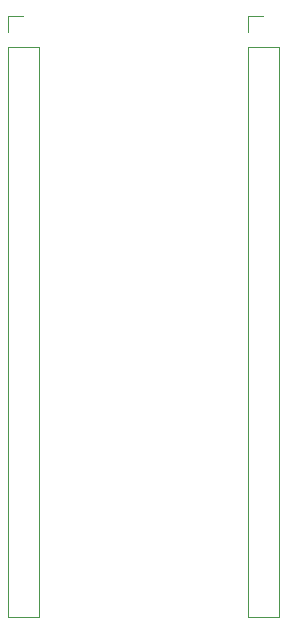
<source format=gbo>
%TF.GenerationSoftware,KiCad,Pcbnew,7.0.5*%
%TF.CreationDate,2023-09-18T23:30:41+09:00*%
%TF.ProjectId,PIC18F47QXX_SD,50494331-3846-4343-9751-58585f53442e,1.1*%
%TF.SameCoordinates,PX60e4b00PY791ddc0*%
%TF.FileFunction,Legend,Bot*%
%TF.FilePolarity,Positive*%
%FSLAX46Y46*%
G04 Gerber Fmt 4.6, Leading zero omitted, Abs format (unit mm)*
G04 Created by KiCad (PCBNEW 7.0.5) date 2023-09-18 23:30:41*
%MOMM*%
%LPD*%
G01*
G04 APERTURE LIST*
%ADD10C,0.120000*%
G04 APERTURE END LIST*
D10*
X3870000Y3750000D02*
X1210000Y3750000D01*
X3870000Y52070000D02*
X3870000Y3750000D01*
X3870000Y52070000D02*
X1210000Y52070000D01*
X2540000Y54670000D02*
X1210000Y54670000D01*
X1210000Y52070000D02*
X1210000Y3750000D01*
X1210000Y54670000D02*
X1210000Y53340000D01*
X24190000Y3750000D02*
X21530000Y3750000D01*
X24190000Y52070000D02*
X24190000Y3750000D01*
X24190000Y52070000D02*
X21530000Y52070000D01*
X22860000Y54670000D02*
X21530000Y54670000D01*
X21530000Y52070000D02*
X21530000Y3750000D01*
X21530000Y54670000D02*
X21530000Y53340000D01*
M02*

</source>
